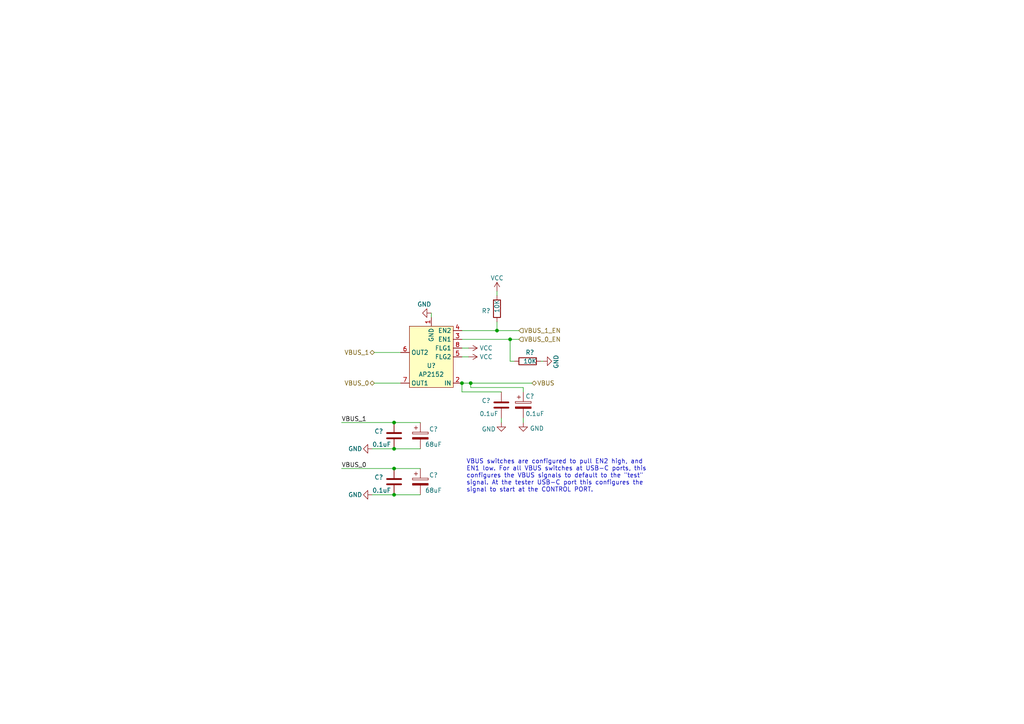
<source format=kicad_sch>
(kicad_sch (version 20230121) (generator eeschema)
  (paper "A4")
  (lib_symbols
    (symbol "Device:C" (pin_numbers hide) (pin_names (offset 0.254))
      (property "Reference" "C" (at 0.635 2.54 0))
      (property "Value" "C" (at 0.635 -2.54 0))
      (symbol "C_0_1"
        (polyline (pts (xy -2.032 -0.762) (xy 2.032 -0.762)) (stroke (width 0.508)))
        (polyline (pts (xy -2.032 0.762) (xy 2.032 0.762)) (stroke (width 0.508)))
      )
      (symbol "C_1_1"
        (pin passive line (at 0 3.81 270) (length 2.794) (name "~") (number "1"))
        (pin passive line (at 0 -3.81 90) (length 2.794) (name "~") (number "2"))
      )
    )
    (symbol "Device:C_Polarized" (pin_numbers hide) (pin_names (offset 0.254))
      (property "Reference" "C" (at 0.635 2.54 0))
      (property "Value" "C_Polarized" (at 0.635 -2.54 0))
      (symbol "C_Polarized_0_1"
        (rectangle (start -2.286 0.508) (end 2.286 1.016))
        (polyline (pts (xy -1.778 2.286) (xy -0.762 2.286)))
        (polyline (pts (xy -1.27 2.794) (xy -1.27 1.778)))
        (rectangle (start 2.286 -0.508) (end -2.286 -1.016) (fill (type outline)))
      )
      (symbol "C_Polarized_1_1"
        (pin passive line (at 0 3.81 270) (length 2.794) (name "~") (number "1"))
        (pin passive line (at 0 -3.81 90) (length 2.794) (name "~") (number "2"))
      )
    )
    (symbol "Device:R" (pin_numbers hide) (pin_names (offset 0))
      (property "Reference" "R" (at 2.032 0 90))
      (property "Value" "R" (at 0 0 90))
      (symbol "R_0_1"
        (rectangle (start -1.016 -2.54) (end 1.016 2.54) (stroke (width 0.254)))
      )
      (symbol "R_1_1"
        (pin passive line (at 0 3.81 270) (length 1.27) (name "~") (number "1"))
        (pin passive line (at 0 -3.81 90) (length 1.27) (name "~") (number "2"))
      )
    )
    (symbol "power:GND" (power) (pin_names (offset 0))
      (property "Value" "GND" (at 0 -3.81 0))
      (symbol "GND_0_1"
        (polyline (pts (xy 0 0) (xy 0 -1.27) (xy 1.27 -1.27) (xy 0 -2.54) (xy -1.27 -1.27) (xy 0 -1.27)))
      )
      (symbol "GND_1_1"
        (pin power_in line (at 0 0 270) (length 0) hide (name "GND") (number "1"))
      )
    )
    (symbol "power:VCC" (power) (pin_names (offset 0))
      (property "Value" "VCC" (at 0 3.81 0))
      (symbol "VCC_0_1"
        (polyline (pts (xy -0.762 1.27) (xy 0 2.54)))
        (polyline (pts (xy 0 0) (xy 0 2.54)))
        (polyline (pts (xy 0 2.54) (xy 0.762 1.27)))
      )
      (symbol "VCC_1_1"
        (pin power_in line (at 0 0 90) (length 0) hide (name "VCC") (number "1"))
      )
    )
    (symbol "tycho:AP2152"
      (property "Reference" "U" (at 0 0 0))
      (property "Value" "AP2152" (at 0 7.62 0))
      (symbol "AP2152_0_0"
        (pin power_out line (at 0 -13.97 90) (length 2.54) (name "GND") (number "1"))
        (pin input line (at -8.89 5.08 0) (length 2.54) (name "IN") (number "2"))
        (pin input line (at -8.89 -7.62 0) (length 2.54) (name "EN1") (number "3"))
        (pin input line (at -8.89 -10.16 0) (length 2.54) (name "EN2") (number "4"))
        (pin output line (at -8.89 -2.54 0) (length 2.54) (name "FLG2") (number "5"))
        (pin output line (at 8.89 -3.81 180) (length 2.54) (name "OUT2") (number "6"))
        (pin output line (at 8.89 5.08 180) (length 2.54) (name "OUT1") (number "7"))
        (pin output line (at -8.89 -5.08 0) (length 2.54) (name "FLG1") (number "8"))
      )
      (symbol "AP2152_0_1"
        (rectangle (start -6.35 6.35) (end 6.35 -11.43) (stroke (width 0.1524)) (fill (type background)))
      )
    )
  )
  (junction (at 114.3 122.555))
  (junction (at 114.3 143.51))
  (junction (at 114.3 130.175))
  (junction (at 147.955 98.425))
  (junction (at 144.145 95.885))
  (junction (at 136.525 111.125))
  (junction (at 114.3 135.89))
  (junction (at 133.985 111.125))
  (wire (pts (xy 125.095 90.805) (xy 125.095 92.075)))
  (wire (pts (xy 107.95 130.175) (xy 114.3 130.175)))
  (wire (pts (xy 147.955 98.425) (xy 147.955 104.775)))
  (wire (pts (xy 136.525 112.395) (xy 136.525 111.125)))
  (wire (pts (xy 114.3 122.555) (xy 121.92 122.555)))
  (wire (pts (xy 147.955 98.425) (xy 133.985 98.425)))
  (wire (pts (xy 133.985 113.665) (xy 133.985 111.125)))
  (wire (pts (xy 133.985 95.885) (xy 144.145 95.885)))
  (wire (pts (xy 144.145 93.345) (xy 144.145 95.885)))
  (wire (pts (xy 107.95 143.51) (xy 114.3 143.51)))
  (wire (pts (xy 114.3 135.89) (xy 121.92 135.89)))
  (wire (pts (xy 157.48 104.775) (xy 156.845 104.775)))
  (wire (pts (xy 99.06 135.89) (xy 114.3 135.89)))
  (wire (pts (xy 151.765 121.285) (xy 151.765 122.555)))
  (wire (pts (xy 108.585 102.235) (xy 116.205 102.235)))
  (wire (pts (xy 108.585 111.125) (xy 116.205 111.125)))
  (wire (pts (xy 149.225 104.775) (xy 147.955 104.775)))
  (wire (pts (xy 151.765 113.665) (xy 151.765 112.395)))
  (wire (pts (xy 151.765 112.395) (xy 136.525 112.395)))
  (wire (pts (xy 136.525 111.125) (xy 154.305 111.125)))
  (wire (pts (xy 145.415 121.285) (xy 145.415 122.555)))
  (wire (pts (xy 114.3 130.175) (xy 121.92 130.175)))
  (wire (pts (xy 135.89 103.505) (xy 133.985 103.505)))
  (wire (pts (xy 133.985 111.125) (xy 136.525 111.125)))
  (wire (pts (xy 145.415 113.665) (xy 133.985 113.665)))
  (wire (pts (xy 99.06 122.555) (xy 114.3 122.555)))
  (wire (pts (xy 150.495 98.425) (xy 147.955 98.425)))
  (wire (pts (xy 135.89 100.965) (xy 133.985 100.965)))
  (wire (pts (xy 144.145 84.455) (xy 144.145 85.725)))
  (wire (pts (xy 144.145 95.885) (xy 150.495 95.885)))
  (wire (pts (xy 114.3 143.51) (xy 121.92 143.51)))
  (text "VBUS switches are configured to pull EN2 high, and\nEN1 low. For all VBUS switches at USB-C ports, this\nconfigures the VBUS signals to default to the \"test\"\nsignal. At the tester USB-C port this configures the\nsignal to start at the CONTROL PORT." (at 135.255 142.875 0) (effects (font (size 1.27 1.27)) (justify left bottom)))
  (label "VBUS_0" (at 99.06 135.89 0))
  (label "VBUS_1" (at 99.06 122.555 0))
  (hierarchical_label "VBUS" (shape bidirectional) (at 154.305 111.125 0))
  (hierarchical_label "VBUS_1_EN" (shape input) (at 150.495 95.885 0))
  (hierarchical_label "VBUS_0_EN" (shape input) (at 150.495 98.425 0))
  (hierarchical_label "VBUS_0" (shape bidirectional) (at 108.585 111.125 180))
  (hierarchical_label "VBUS_1" (shape bidirectional) (at 108.585 102.235 180))
  (symbol (lib_id "Device:R") (at 144.145 89.535 0) (unit 1)
    (property "Reference" "R?" (at 139.7 90.17 0) (effects (justify left)))
    (property "Value" "10K" (at 144.145 90.805 90) (effects (justify left)))
    (property "Footprint" "Resistor_SMD:R_0603_1608Metric_Pad0.98x0.95mm_HandSolder" (effects hide))
    (property "Part Number" "RNCP0603FTD10K0" (effects hide))
    (property "Substitution" "any equivalent" (effects hide))
    (property "Manufacturer" "Stackpole Electronics Inc" (effects hide))
    (property "Description" "RES 10K OHM 1% 1/8W 0603" (effects hide))
  )
  (symbol (lib_id "Device:R") (at 153.035 104.775 270) (unit 1)
    (property "Reference" "R?" (at 152.4 102.235 90) (effects (justify left)))
    (property "Value" "10K" (at 151.765 104.775 90) (effects (justify left)))
    (property "Footprint" "Resistor_SMD:R_0603_1608Metric_Pad0.98x0.95mm_HandSolder" (effects hide))
    (property "Part Number" "RNCP0603FTD10K0" (effects hide))
    (property "Substitution" "any equivalent" (effects hide))
    (property "Manufacturer" "Stackpole Electronics Inc" (effects hide))
    (property "Description" "RES 10K OHM 1% 1/8W 0603" (effects hide))
  )
  (symbol (lib_id "power:GND") (at 151.765 122.555 0) (unit 1)
    (property "Reference" "#PWR?" (effects hide))
    (property "Value" "GND" (at 153.67 124.2588 0) (effects (justify left)))
  )
  (symbol (lib_id "Device:C") (at 145.415 117.475 0) (unit 1)
    (property "Reference" "C?" (at 139.7 116.205 0) (effects (justify left)))
    (property "Value" "0.1uF" (at 139.065 120.015 0) (effects (justify left)))
    (property "Footprint" "Capacitor_SMD:C_0603_1608Metric_Pad1.08x0.95mm_HandSolder" (effects hide))
    (property "Manufacturer" "KYOCERA AVX" (effects hide))
    (property "Part Number" "06035C104JAT4A" (effects hide))
    (property "Description" "Multilayer Ceramic Capacitors MLCC - SMD/SMT 50V 0.1uF X7R 0603 5%" (effects hide))
  )
  (symbol (lib_id "Device:C") (at 114.3 126.365 0) (unit 1)
    (property "Reference" "C?" (at 108.585 125.095 0) (effects (justify left)))
    (property "Value" "0.1uF" (at 107.95 128.905 0) (effects (justify left)))
    (property "Footprint" "Capacitor_SMD:C_0603_1608Metric_Pad1.08x0.95mm_HandSolder" (effects hide))
    (property "Manufacturer" "KYOCERA AVX" (effects hide))
    (property "Part Number" "06035C104JAT4A" (effects hide))
    (property "Description" "Multilayer Ceramic Capacitors MLCC - SMD/SMT 50V 0.1uF X7R 0603 5%" (effects hide))
  )
  (symbol (lib_id "Device:C_Polarized") (at 151.765 117.475 0) (unit 1)
    (property "Reference" "C?" (at 152.4 114.935 0) (effects (justify left)))
    (property "Value" "0.1uF" (at 152.4 120.015 0) (effects (justify left)))
    (property "Footprint" "Capacitor_SMD:CP_Elec_4x5.8" (effects hide))
    (property "Datasheet" "https://www.mouser.com/datasheet/2/293/e_uup-3082317.pdf" (effects hide))
    (property "Manufacturer" "Nichicon" (effects hide))
    (property "Part Number" "UUP1H0R1MCL1GS" (effects hide))
    (property "Description" "Aluminum Electrolytic Capacitors - SMD 50volts 0.1uF AEC-Q200" (effects hide))
  )
  (symbol (lib_id "power:GND") (at 107.95 143.51 270) (unit 1)
    (property "Reference" "#PWR?" (effects hide))
    (property "Value" "GND" (at 100.965 143.51 90) (effects (justify left)))
  )
  (symbol (lib_id "power:VCC") (at 135.89 103.505 270) (unit 1)
    (property "Reference" "#PWR?" (effects hide))
    (property "Value" "VCC" (at 139.065 103.505 90) (effects (justify left)))
  )
  (symbol (lib_id "tycho:AP2152") (at 125.095 106.045 180) (unit 1)
    (property "Reference" "U?" (at 125.095 106.045 0))
    (property "Value" "AP2152" (at 125.095 108.585 0))
    (property "Datasheet" "https://www.diodes.com/assets/Datasheets/AP2142_52.pdf" (effects hide))
    (property "Part Number" "AP2152SG-13" (effects hide))
    (property "Description" "IC PWR SWITCH P-CHANNEL 1:2 8SOP" (effects hide))
    (property "Manufacturer" "Diodes Incorporated" (effects hide))
  )
  (symbol (lib_id "Device:C_Polarized") (at 121.92 126.365 0) (unit 1)
    (property "Reference" "C?" (at 125.73 124.46 0))
    (property "Value" "68uF" (at 125.73 128.905 0))
    (property "Footprint" "Capacitor_SMD:CP_Elec_5x5.3" (effects hide))
    (property "Datasheet" "https://www.we-online.com/components/products/datasheet/865080142006.pdf" (effects hide))
    (property "Manufacturer" "Würth Elektronik" (effects hide))
    (property "Part Number" "865080142006" (effects hide))
    (property "Description" "CAP ALUM 68UF 20% 6.3V SMD" (effects hide))
  )
  (symbol (lib_id "power:GND") (at 107.95 130.175 270) (unit 1)
    (property "Reference" "#PWR?" (effects hide))
    (property "Value" "GND" (at 100.965 130.175 90) (effects (justify left)))
  )
  (symbol (lib_id "power:GND") (at 157.48 104.775 90) (unit 1)
    (property "Reference" "#PWR?" (effects hide))
    (property "Value" "GND" (at 161.29 102.87 0) (effects (justify right)))
  )
  (symbol (lib_id "Device:C_Polarized") (at 121.92 139.7 0) (unit 1)
    (property "Reference" "C?" (at 125.73 137.795 0))
    (property "Value" "68uF" (at 125.73 142.24 0))
    (property "Footprint" "Capacitor_SMD:CP_Elec_5x5.3" (effects hide))
    (property "Datasheet" "https://www.we-online.com/components/products/datasheet/865080142006.pdf" (effects hide))
    (property "Manufacturer" "Würth Elektronik" (effects hide))
    (property "Part Number" "865080142006" (effects hide))
    (property "Description" "CAP ALUM 68UF 20% 6.3V SMD" (effects hide))
  )
  (symbol (lib_id "power:VCC") (at 135.89 100.965 270) (unit 1)
    (property "Reference" "#PWR?" (effects hide))
    (property "Value" "VCC" (at 139.065 100.965 90) (effects (justify left)))
  )
  (symbol (lib_id "Device:C") (at 114.3 139.7 0) (unit 1)
    (property "Reference" "C?" (at 108.585 138.43 0) (effects (justify left)))
    (property "Value" "0.1uF" (at 107.95 142.24 0) (effects (justify left)))
    (property "Footprint" "Capacitor_SMD:C_0603_1608Metric_Pad1.08x0.95mm_HandSolder" (effects hide))
    (property "Manufacturer" "KYOCERA AVX" (effects hide))
    (property "Part Number" "06035C104JAT4A" (effects hide))
    (property "Description" "Multilayer Ceramic Capacitors MLCC - SMD/SMT 50V 0.1uF X7R 0603 5%" (effects hide))
  )
  (symbol (lib_id "power:GND") (at 145.415 122.555 0) (unit 1)
    (property "Reference" "#PWR?" (effects hide))
    (property "Value" "GND" (at 139.7 124.46 0) (effects (justify left)))
  )
  (symbol (lib_id "power:GND") (at 125.095 90.805 270) (unit 1)
    (property "Reference" "#PWR?" (effects hide))
    (property "Value" "GND" (at 125.095 88.265 90) (effects (justify right)))
  )
  (symbol (lib_id "power:VCC") (at 144.145 84.455 0) (unit 1)
    (property "Reference" "#PWR?" (effects hide))
    (property "Value" "VCC" (at 142.24 80.645 0) (effects (justify left)))
  )
)
</source>
